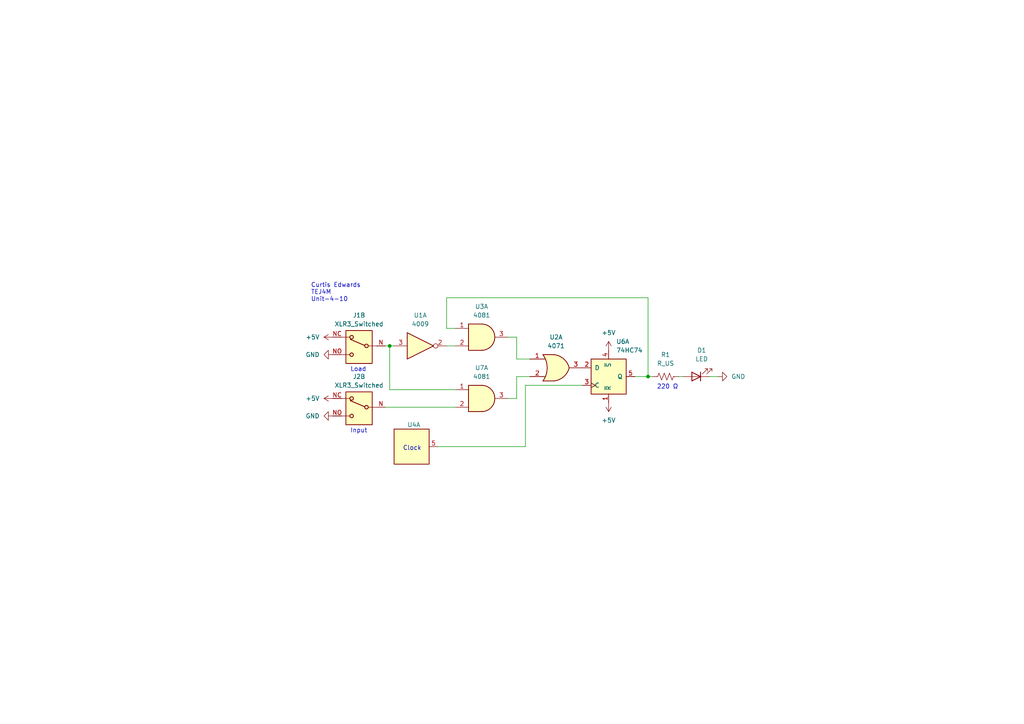
<source format=kicad_sch>
(kicad_sch (version 20230121) (generator eeschema)

  (uuid ef00eb3e-6e48-445b-8ade-f90f75bbb866)

  (paper "A4")

  (lib_symbols
    (symbol "4xxx:4009" (pin_names (offset 1.016)) (in_bom yes) (on_board yes)
      (property "Reference" "U" (at 0 1.27 0)
        (effects (font (size 1.27 1.27)))
      )
      (property "Value" "4009" (at 0 -1.27 0)
        (effects (font (size 1.27 1.27)))
      )
      (property "Footprint" "" (at 0 0 0)
        (effects (font (size 1.27 1.27)) hide)
      )
      (property "Datasheet" "http://www.sycelectronica.com.ar/semiconductores/CD4009.pdf" (at 0 0 0)
        (effects (font (size 1.27 1.27)) hide)
      )
      (property "ki_locked" "" (at 0 0 0)
        (effects (font (size 1.27 1.27)))
      )
      (property "ki_keywords" "CMOS INV BUFFER high sink, VCC and VDD sep. VDD>VI>VCC!" (at 0 0 0)
        (effects (font (size 1.27 1.27)) hide)
      )
      (property "ki_description" "Hex Buffer Inverter" (at 0 0 0)
        (effects (font (size 1.27 1.27)) hide)
      )
      (property "ki_fp_filters" "DIP?16*" (at 0 0 0)
        (effects (font (size 1.27 1.27)) hide)
      )
      (symbol "4009_1_0"
        (polyline
          (pts
            (xy -3.81 3.81)
            (xy -3.81 -3.81)
            (xy 3.81 0)
            (xy -3.81 3.81)
          )
          (stroke (width 0.254) (type default))
          (fill (type background))
        )
        (pin output inverted (at 7.62 0 180) (length 3.81)
          (name "~" (effects (font (size 1.27 1.27))))
          (number "2" (effects (font (size 1.27 1.27))))
        )
        (pin input line (at -7.62 0 0) (length 3.81)
          (name "~" (effects (font (size 1.27 1.27))))
          (number "3" (effects (font (size 1.27 1.27))))
        )
      )
      (symbol "4009_2_0"
        (polyline
          (pts
            (xy -3.81 3.81)
            (xy -3.81 -3.81)
            (xy 3.81 0)
            (xy -3.81 3.81)
          )
          (stroke (width 0.254) (type default))
          (fill (type background))
        )
        (pin output inverted (at 7.62 0 180) (length 3.81)
          (name "~" (effects (font (size 1.27 1.27))))
          (number "4" (effects (font (size 1.27 1.27))))
        )
        (pin input line (at -7.62 0 0) (length 3.81)
          (name "~" (effects (font (size 1.27 1.27))))
          (number "5" (effects (font (size 1.27 1.27))))
        )
      )
      (symbol "4009_3_0"
        (polyline
          (pts
            (xy -3.81 3.81)
            (xy -3.81 -3.81)
            (xy 3.81 0)
            (xy -3.81 3.81)
          )
          (stroke (width 0.254) (type default))
          (fill (type background))
        )
        (pin output inverted (at 7.62 0 180) (length 3.81)
          (name "~" (effects (font (size 1.27 1.27))))
          (number "6" (effects (font (size 1.27 1.27))))
        )
        (pin input line (at -7.62 0 0) (length 3.81)
          (name "~" (effects (font (size 1.27 1.27))))
          (number "7" (effects (font (size 1.27 1.27))))
        )
      )
      (symbol "4009_4_0"
        (polyline
          (pts
            (xy -3.81 3.81)
            (xy -3.81 -3.81)
            (xy 3.81 0)
            (xy -3.81 3.81)
          )
          (stroke (width 0.254) (type default))
          (fill (type background))
        )
        (pin output inverted (at 7.62 0 180) (length 3.81)
          (name "~" (effects (font (size 1.27 1.27))))
          (number "10" (effects (font (size 1.27 1.27))))
        )
        (pin input line (at -7.62 0 0) (length 3.81)
          (name "~" (effects (font (size 1.27 1.27))))
          (number "9" (effects (font (size 1.27 1.27))))
        )
      )
      (symbol "4009_5_0"
        (polyline
          (pts
            (xy -3.81 3.81)
            (xy -3.81 -3.81)
            (xy 3.81 0)
            (xy -3.81 3.81)
          )
          (stroke (width 0.254) (type default))
          (fill (type background))
        )
        (pin input line (at -7.62 0 0) (length 3.81)
          (name "~" (effects (font (size 1.27 1.27))))
          (number "11" (effects (font (size 1.27 1.27))))
        )
        (pin output inverted (at 7.62 0 180) (length 3.81)
          (name "~" (effects (font (size 1.27 1.27))))
          (number "12" (effects (font (size 1.27 1.27))))
        )
      )
      (symbol "4009_6_0"
        (polyline
          (pts
            (xy -3.81 3.81)
            (xy -3.81 -3.81)
            (xy 3.81 0)
            (xy -3.81 3.81)
          )
          (stroke (width 0.254) (type default))
          (fill (type background))
        )
        (pin input line (at -7.62 0 0) (length 3.81)
          (name "~" (effects (font (size 1.27 1.27))))
          (number "14" (effects (font (size 1.27 1.27))))
        )
        (pin output inverted (at 7.62 0 180) (length 3.81)
          (name "~" (effects (font (size 1.27 1.27))))
          (number "15" (effects (font (size 1.27 1.27))))
        )
      )
      (symbol "4009_7_0"
        (pin power_in line (at 2.54 12.7 270) (length 5.08)
          (name "VCC" (effects (font (size 1.27 1.27))))
          (number "1" (effects (font (size 1.27 1.27))))
        )
        (pin power_in line (at -2.54 12.7 270) (length 5.08)
          (name "VDD" (effects (font (size 1.27 1.27))))
          (number "16" (effects (font (size 1.27 1.27))))
        )
        (pin power_in line (at 0 -12.7 90) (length 5.08)
          (name "VSS" (effects (font (size 1.27 1.27))))
          (number "8" (effects (font (size 1.27 1.27))))
        )
      )
      (symbol "4009_7_1"
        (rectangle (start -5.08 7.62) (end 5.08 -7.62)
          (stroke (width 0.254) (type default))
          (fill (type background))
        )
      )
    )
    (symbol "4xxx:4071" (pin_names (offset 1.016)) (in_bom yes) (on_board yes)
      (property "Reference" "U" (at 0 1.27 0)
        (effects (font (size 1.27 1.27)))
      )
      (property "Value" "4071" (at 0 -1.27 0)
        (effects (font (size 1.27 1.27)))
      )
      (property "Footprint" "" (at 0 0 0)
        (effects (font (size 1.27 1.27)) hide)
      )
      (property "Datasheet" "http://www.intersil.com/content/dam/Intersil/documents/cd40/cd4071bms-72bms-75bms.pdf" (at 0 0 0)
        (effects (font (size 1.27 1.27)) hide)
      )
      (property "ki_locked" "" (at 0 0 0)
        (effects (font (size 1.27 1.27)))
      )
      (property "ki_keywords" "CMOS OR2" (at 0 0 0)
        (effects (font (size 1.27 1.27)) hide)
      )
      (property "ki_description" "Quad Or 2 inputs" (at 0 0 0)
        (effects (font (size 1.27 1.27)) hide)
      )
      (property "ki_fp_filters" "DIP?14*" (at 0 0 0)
        (effects (font (size 1.27 1.27)) hide)
      )
      (symbol "4071_1_1"
        (arc (start -3.81 -3.81) (mid -2.589 0) (end -3.81 3.81)
          (stroke (width 0.254) (type default))
          (fill (type none))
        )
        (arc (start -0.6096 -3.81) (mid 2.1842 -2.5851) (end 3.81 0)
          (stroke (width 0.254) (type default))
          (fill (type background))
        )
        (polyline
          (pts
            (xy -3.81 -3.81)
            (xy -0.635 -3.81)
          )
          (stroke (width 0.254) (type default))
          (fill (type background))
        )
        (polyline
          (pts
            (xy -3.81 3.81)
            (xy -0.635 3.81)
          )
          (stroke (width 0.254) (type default))
          (fill (type background))
        )
        (polyline
          (pts
            (xy -0.635 3.81)
            (xy -3.81 3.81)
            (xy -3.81 3.81)
            (xy -3.556 3.4036)
            (xy -3.0226 2.2606)
            (xy -2.6924 1.0414)
            (xy -2.6162 -0.254)
            (xy -2.7686 -1.4986)
            (xy -3.175 -2.7178)
            (xy -3.81 -3.81)
            (xy -3.81 -3.81)
            (xy -0.635 -3.81)
          )
          (stroke (width -25.4) (type default))
          (fill (type background))
        )
        (arc (start 3.81 0) (mid 2.1915 2.5936) (end -0.6096 3.81)
          (stroke (width 0.254) (type default))
          (fill (type background))
        )
        (pin input line (at -7.62 2.54 0) (length 4.318)
          (name "~" (effects (font (size 1.27 1.27))))
          (number "1" (effects (font (size 1.27 1.27))))
        )
        (pin input line (at -7.62 -2.54 0) (length 4.318)
          (name "~" (effects (font (size 1.27 1.27))))
          (number "2" (effects (font (size 1.27 1.27))))
        )
        (pin output line (at 7.62 0 180) (length 3.81)
          (name "~" (effects (font (size 1.27 1.27))))
          (number "3" (effects (font (size 1.27 1.27))))
        )
      )
      (symbol "4071_1_2"
        (arc (start 0 -3.81) (mid 3.7934 0) (end 0 3.81)
          (stroke (width 0.254) (type default))
          (fill (type background))
        )
        (polyline
          (pts
            (xy 0 3.81)
            (xy -3.81 3.81)
            (xy -3.81 -3.81)
            (xy 0 -3.81)
          )
          (stroke (width 0.254) (type default))
          (fill (type background))
        )
        (pin input inverted (at -7.62 2.54 0) (length 3.81)
          (name "~" (effects (font (size 1.27 1.27))))
          (number "1" (effects (font (size 1.27 1.27))))
        )
        (pin input inverted (at -7.62 -2.54 0) (length 3.81)
          (name "~" (effects (font (size 1.27 1.27))))
          (number "2" (effects (font (size 1.27 1.27))))
        )
        (pin output inverted (at 7.62 0 180) (length 3.81)
          (name "~" (effects (font (size 1.27 1.27))))
          (number "3" (effects (font (size 1.27 1.27))))
        )
      )
      (symbol "4071_2_1"
        (arc (start -3.81 -3.81) (mid -2.589 0) (end -3.81 3.81)
          (stroke (width 0.254) (type default))
          (fill (type none))
        )
        (arc (start -0.6096 -3.81) (mid 2.1842 -2.5851) (end 3.81 0)
          (stroke (width 0.254) (type default))
          (fill (type background))
        )
        (polyline
          (pts
            (xy -3.81 -3.81)
            (xy -0.635 -3.81)
          )
          (stroke (width 0.254) (type default))
          (fill (type background))
        )
        (polyline
          (pts
            (xy -3.81 3.81)
            (xy -0.635 3.81)
          )
          (stroke (width 0.254) (type default))
          (fill (type background))
        )
        (polyline
          (pts
            (xy -0.635 3.81)
            (xy -3.81 3.81)
            (xy -3.81 3.81)
            (xy -3.556 3.4036)
            (xy -3.0226 2.2606)
            (xy -2.6924 1.0414)
            (xy -2.6162 -0.254)
            (xy -2.7686 -1.4986)
            (xy -3.175 -2.7178)
            (xy -3.81 -3.81)
            (xy -3.81 -3.81)
            (xy -0.635 -3.81)
          )
          (stroke (width -25.4) (type default))
          (fill (type background))
        )
        (arc (start 3.81 0) (mid 2.1915 2.5936) (end -0.6096 3.81)
          (stroke (width 0.254) (type default))
          (fill (type background))
        )
        (pin output line (at 7.62 0 180) (length 3.81)
          (name "~" (effects (font (size 1.27 1.27))))
          (number "4" (effects (font (size 1.27 1.27))))
        )
        (pin input line (at -7.62 2.54 0) (length 4.318)
          (name "~" (effects (font (size 1.27 1.27))))
          (number "5" (effects (font (size 1.27 1.27))))
        )
        (pin input line (at -7.62 -2.54 0) (length 4.318)
          (name "~" (effects (font (size 1.27 1.27))))
          (number "6" (effects (font (size 1.27 1.27))))
        )
      )
      (symbol "4071_2_2"
        (arc (start 0 -3.81) (mid 3.7934 0) (end 0 3.81)
          (stroke (width 0.254) (type default))
          (fill (type background))
        )
        (polyline
          (pts
            (xy 0 3.81)
            (xy -3.81 3.81)
            (xy -3.81 -3.81)
            (xy 0 -3.81)
          )
          (stroke (width 0.254) (type default))
          (fill (type background))
        )
        (pin output inverted (at 7.62 0 180) (length 3.81)
          (name "~" (effects (font (size 1.27 1.27))))
          (number "4" (effects (font (size 1.27 1.27))))
        )
        (pin input inverted (at -7.62 2.54 0) (length 3.81)
          (name "~" (effects (font (size 1.27 1.27))))
          (number "5" (effects (font (size 1.27 1.27))))
        )
        (pin input inverted (at -7.62 -2.54 0) (length 3.81)
          (name "~" (effects (font (size 1.27 1.27))))
          (number "6" (effects (font (size 1.27 1.27))))
        )
      )
      (symbol "4071_3_1"
        (arc (start -3.81 -3.81) (mid -2.589 0) (end -3.81 3.81)
          (stroke (width 0.254) (type default))
          (fill (type none))
        )
        (arc (start -0.6096 -3.81) (mid 2.1842 -2.5851) (end 3.81 0)
          (stroke (width 0.254) (type default))
          (fill (type background))
        )
        (polyline
          (pts
            (xy -3.81 -3.81)
            (xy -0.635 -3.81)
          )
          (stroke (width 0.254) (type default))
          (fill (type background))
        )
        (polyline
          (pts
            (xy -3.81 3.81)
            (xy -0.635 3.81)
          )
          (stroke (width 0.254) (type default))
          (fill (type background))
        )
        (polyline
          (pts
            (xy -0.635 3.81)
            (xy -3.81 3.81)
            (xy -3.81 3.81)
            (xy -3.556 3.4036)
            (xy -3.0226 2.2606)
            (xy -2.6924 1.0414)
            (xy -2.6162 -0.254)
            (xy -2.7686 -1.4986)
            (xy -3.175 -2.7178)
            (xy -3.81 -3.81)
            (xy -3.81 -3.81)
            (xy -0.635 -3.81)
          )
          (stroke (width -25.4) (type default))
          (fill (type background))
        )
        (arc (start 3.81 0) (mid 2.1915 2.5936) (end -0.6096 3.81)
          (stroke (width 0.254) (type default))
          (fill (type background))
        )
        (pin output line (at 7.62 0 180) (length 3.81)
          (name "~" (effects (font (size 1.27 1.27))))
          (number "10" (effects (font (size 1.27 1.27))))
        )
        (pin input line (at -7.62 2.54 0) (length 4.318)
          (name "~" (effects (font (size 1.27 1.27))))
          (number "8" (effects (font (size 1.27 1.27))))
        )
        (pin input line (at -7.62 -2.54 0) (length 4.318)
          (name "~" (effects (font (size 1.27 1.27))))
          (number "9" (effects (font (size 1.27 1.27))))
        )
      )
      (symbol "4071_3_2"
        (arc (start 0 -3.81) (mid 3.7934 0) (end 0 3.81)
          (stroke (width 0.254) (type default))
          (fill (type background))
        )
        (polyline
          (pts
            (xy 0 3.81)
            (xy -3.81 3.81)
            (xy -3.81 -3.81)
            (xy 0 -3.81)
          )
          (stroke (width 0.254) (type default))
          (fill (type background))
        )
        (pin output inverted (at 7.62 0 180) (length 3.81)
          (name "~" (effects (font (size 1.27 1.27))))
          (number "10" (effects (font (size 1.27 1.27))))
        )
        (pin input inverted (at -7.62 2.54 0) (length 3.81)
          (name "~" (effects (font (size 1.27 1.27))))
          (number "8" (effects (font (size 1.27 1.27))))
        )
        (pin input inverted (at -7.62 -2.54 0) (length 3.81)
          (name "~" (effects (font (size 1.27 1.27))))
          (number "9" (effects (font (size 1.27 1.27))))
        )
      )
      (symbol "4071_4_1"
        (arc (start -3.81 -3.81) (mid -2.589 0) (end -3.81 3.81)
          (stroke (width 0.254) (type default))
          (fill (type none))
        )
        (arc (start -0.6096 -3.81) (mid 2.1842 -2.5851) (end 3.81 0)
          (stroke (width 0.254) (type default))
          (fill (type background))
        )
        (polyline
          (pts
            (xy -3.81 -3.81)
            (xy -0.635 -3.81)
          )
          (stroke (width 0.254) (type default))
          (fill (type background))
        )
        (polyline
          (pts
            (xy -3.81 3.81)
            (xy -0.635 3.81)
          )
          (stroke (width 0.254) (type default))
          (fill (type background))
        )
        (polyline
          (pts
            (xy -0.635 3.81)
            (xy -3.81 3.81)
            (xy -3.81 3.81)
            (xy -3.556 3.4036)
            (xy -3.0226 2.2606)
            (xy -2.6924 1.0414)
            (xy -2.6162 -0.254)
            (xy -2.7686 -1.4986)
            (xy -3.175 -2.7178)
            (xy -3.81 -3.81)
            (xy -3.81 -3.81)
            (xy -0.635 -3.81)
          )
          (stroke (width -25.4) (type default))
          (fill (type background))
        )
        (arc (start 3.81 0) (mid 2.1915 2.5936) (end -0.6096 3.81)
          (stroke (width 0.254) (type default))
          (fill (type background))
        )
        (pin output line (at 7.62 0 180) (length 3.81)
          (name "~" (effects (font (size 1.27 1.27))))
          (number "11" (effects (font (size 1.27 1.27))))
        )
        (pin input line (at -7.62 2.54 0) (length 4.318)
          (name "~" (effects (font (size 1.27 1.27))))
          (number "12" (effects (font (size 1.27 1.27))))
        )
        (pin input line (at -7.62 -2.54 0) (length 4.318)
          (name "~" (effects (font (size 1.27 1.27))))
          (number "13" (effects (font (size 1.27 1.27))))
        )
      )
      (symbol "4071_4_2"
        (arc (start 0 -3.81) (mid 3.7934 0) (end 0 3.81)
          (stroke (width 0.254) (type default))
          (fill (type background))
        )
        (polyline
          (pts
            (xy 0 3.81)
            (xy -3.81 3.81)
            (xy -3.81 -3.81)
            (xy 0 -3.81)
          )
          (stroke (width 0.254) (type default))
          (fill (type background))
        )
        (pin output inverted (at 7.62 0 180) (length 3.81)
          (name "~" (effects (font (size 1.27 1.27))))
          (number "11" (effects (font (size 1.27 1.27))))
        )
        (pin input inverted (at -7.62 2.54 0) (length 3.81)
          (name "~" (effects (font (size 1.27 1.27))))
          (number "12" (effects (font (size 1.27 1.27))))
        )
        (pin input inverted (at -7.62 -2.54 0) (length 3.81)
          (name "~" (effects (font (size 1.27 1.27))))
          (number "13" (effects (font (size 1.27 1.27))))
        )
      )
      (symbol "4071_5_0"
        (pin power_in line (at 0 12.7 270) (length 5.08)
          (name "VDD" (effects (font (size 1.27 1.27))))
          (number "14" (effects (font (size 1.27 1.27))))
        )
        (pin power_in line (at 0 -12.7 90) (length 5.08)
          (name "VSS" (effects (font (size 1.27 1.27))))
          (number "7" (effects (font (size 1.27 1.27))))
        )
      )
      (symbol "4071_5_1"
        (rectangle (start -5.08 7.62) (end 5.08 -7.62)
          (stroke (width 0.254) (type default))
          (fill (type background))
        )
      )
    )
    (symbol "4xxx:4081" (pin_names (offset 1.016)) (in_bom yes) (on_board yes)
      (property "Reference" "U" (at 0 1.27 0)
        (effects (font (size 1.27 1.27)))
      )
      (property "Value" "4081" (at 0 -1.27 0)
        (effects (font (size 1.27 1.27)))
      )
      (property "Footprint" "" (at 0 0 0)
        (effects (font (size 1.27 1.27)) hide)
      )
      (property "Datasheet" "http://www.intersil.com/content/dam/Intersil/documents/cd40/cd4073bms-81bms-82bms.pdf" (at 0 0 0)
        (effects (font (size 1.27 1.27)) hide)
      )
      (property "ki_locked" "" (at 0 0 0)
        (effects (font (size 1.27 1.27)))
      )
      (property "ki_keywords" "CMOS And2" (at 0 0 0)
        (effects (font (size 1.27 1.27)) hide)
      )
      (property "ki_description" "Quad And 2 inputs" (at 0 0 0)
        (effects (font (size 1.27 1.27)) hide)
      )
      (property "ki_fp_filters" "DIP?14*" (at 0 0 0)
        (effects (font (size 1.27 1.27)) hide)
      )
      (symbol "4081_1_1"
        (arc (start 0 -3.81) (mid 3.7934 0) (end 0 3.81)
          (stroke (width 0.254) (type default))
          (fill (type background))
        )
        (polyline
          (pts
            (xy 0 3.81)
            (xy -3.81 3.81)
            (xy -3.81 -3.81)
            (xy 0 -3.81)
          )
          (stroke (width 0.254) (type default))
          (fill (type background))
        )
        (pin input line (at -7.62 2.54 0) (length 3.81)
          (name "~" (effects (font (size 1.27 1.27))))
          (number "1" (effects (font (size 1.27 1.27))))
        )
        (pin input line (at -7.62 -2.54 0) (length 3.81)
          (name "~" (effects (font (size 1.27 1.27))))
          (number "2" (effects (font (size 1.27 1.27))))
        )
        (pin output line (at 7.62 0 180) (length 3.81)
          (name "~" (effects (font (size 1.27 1.27))))
          (number "3" (effects (font (size 1.27 1.27))))
        )
      )
      (symbol "4081_1_2"
        (arc (start -3.81 -3.81) (mid -2.589 0) (end -3.81 3.81)
          (stroke (width 0.254) (type default))
          (fill (type none))
        )
        (arc (start -0.6096 -3.81) (mid 2.1842 -2.5851) (end 3.81 0)
          (stroke (width 0.254) (type default))
          (fill (type background))
        )
        (polyline
          (pts
            (xy -3.81 -3.81)
            (xy -0.635 -3.81)
          )
          (stroke (width 0.254) (type default))
          (fill (type background))
        )
        (polyline
          (pts
            (xy -3.81 3.81)
            (xy -0.635 3.81)
          )
          (stroke (width 0.254) (type default))
          (fill (type background))
        )
        (polyline
          (pts
            (xy -0.635 3.81)
            (xy -3.81 3.81)
            (xy -3.81 3.81)
            (xy -3.556 3.4036)
            (xy -3.0226 2.2606)
            (xy -2.6924 1.0414)
            (xy -2.6162 -0.254)
            (xy -2.7686 -1.4986)
            (xy -3.175 -2.7178)
            (xy -3.81 -3.81)
            (xy -3.81 -3.81)
            (xy -0.635 -3.81)
          )
          (stroke (width -25.4) (type default))
          (fill (type background))
        )
        (arc (start 3.81 0) (mid 2.1915 2.5936) (end -0.6096 3.81)
          (stroke (width 0.254) (type default))
          (fill (type background))
        )
        (pin input inverted (at -7.62 2.54 0) (length 4.318)
          (name "~" (effects (font (size 1.27 1.27))))
          (number "1" (effects (font (size 1.27 1.27))))
        )
        (pin input inverted (at -7.62 -2.54 0) (length 4.318)
          (name "~" (effects (font (size 1.27 1.27))))
          (number "2" (effects (font (size 1.27 1.27))))
        )
        (pin output inverted (at 7.62 0 180) (length 3.81)
          (name "~" (effects (font (size 1.27 1.27))))
          (number "3" (effects (font (size 1.27 1.27))))
        )
      )
      (symbol "4081_2_1"
        (arc (start 0 -3.81) (mid 3.7934 0) (end 0 3.81)
          (stroke (width 0.254) (type default))
          (fill (type background))
        )
        (polyline
          (pts
            (xy 0 3.81)
            (xy -3.81 3.81)
            (xy -3.81 -3.81)
            (xy 0 -3.81)
          )
          (stroke (width 0.254) (type default))
          (fill (type background))
        )
        (pin output line (at 7.62 0 180) (length 3.81)
          (name "~" (effects (font (size 1.27 1.27))))
          (number "4" (effects (font (size 1.27 1.27))))
        )
        (pin input line (at -7.62 2.54 0) (length 3.81)
          (name "~" (effects (font (size 1.27 1.27))))
          (number "5" (effects (font (size 1.27 1.27))))
        )
        (pin input line (at -7.62 -2.54 0) (length 3.81)
          (name "~" (effects (font (size 1.27 1.27))))
          (number "6" (effects (font (size 1.27 1.27))))
        )
      )
      (symbol "4081_2_2"
        (arc (start -3.81 -3.81) (mid -2.589 0) (end -3.81 3.81)
          (stroke (width 0.254) (type default))
          (fill (type none))
        )
        (arc (start -0.6096 -3.81) (mid 2.1842 -2.5851) (end 3.81 0)
          (stroke (width 0.254) (type default))
          (fill (type background))
        )
        (polyline
          (pts
            (xy -3.81 -3.81)
            (xy -0.635 -3.81)
          )
          (stroke (width 0.254) (type default))
          (fill (type background))
        )
        (polyline
          (pts
            (xy -3.81 3.81)
            (xy -0.635 3.81)
          )
          (stroke (width 0.254) (type default))
          (fill (type background))
        )
        (polyline
          (pts
            (xy -0.635 3.81)
            (xy -3.81 3.81)
            (xy -3.81 3.81)
            (xy -3.556 3.4036)
            (xy -3.0226 2.2606)
            (xy -2.6924 1.0414)
            (xy -2.6162 -0.254)
            (xy -2.7686 -1.4986)
            (xy -3.175 -2.7178)
            (xy -3.81 -3.81)
            (xy -3.81 -3.81)
            (xy -0.635 -3.81)
          )
          (stroke (width -25.4) (type default))
          (fill (type background))
        )
        (arc (start 3.81 0) (mid 2.1915 2.5936) (end -0.6096 3.81)
          (stroke (width 0.254) (type default))
          (fill (type background))
        )
        (pin output inverted (at 7.62 0 180) (length 3.81)
          (name "~" (effects (font (size 1.27 1.27))))
          (number "4" (effects (font (size 1.27 1.27))))
        )
        (pin input inverted (at -7.62 2.54 0) (length 4.318)
          (name "~" (effects (font (size 1.27 1.27))))
          (number "5" (effects (font (size 1.27 1.27))))
        )
        (pin input inverted (at -7.62 -2.54 0) (length 4.318)
          (name "~" (effects (font (size 1.27 1.27))))
          (number "6" (effects (font (size 1.27 1.27))))
        )
      )
      (symbol "4081_3_1"
        (arc (start 0 -3.81) (mid 3.7934 0) (end 0 3.81)
          (stroke (width 0.254) (type default))
          (fill (type background))
        )
        (polyline
          (pts
            (xy 0 3.81)
            (xy -3.81 3.81)
            (xy -3.81 -3.81)
            (xy 0 -3.81)
          )
          (stroke (width 0.254) (type default))
          (fill (type background))
        )
        (pin output line (at 7.62 0 180) (length 3.81)
          (name "~" (effects (font (size 1.27 1.27))))
          (number "10" (effects (font (size 1.27 1.27))))
        )
        (pin input line (at -7.62 2.54 0) (length 3.81)
          (name "~" (effects (font (size 1.27 1.27))))
          (number "8" (effects (font (size 1.27 1.27))))
        )
        (pin input line (at -7.62 -2.54 0) (length 3.81)
          (name "~" (effects (font (size 1.27 1.27))))
          (number "9" (effects (font (size 1.27 1.27))))
        )
      )
      (symbol "4081_3_2"
        (arc (start -3.81 -3.81) (mid -2.589 0) (end -3.81 3.81)
          (stroke (width 0.254) (type default))
          (fill (type none))
        )
        (arc (start -0.6096 -3.81) (mid 2.1842 -2.5851) (end 3.81 0)
          (stroke (width 0.254) (type default))
          (fill (type background))
        )
        (polyline
          (pts
            (xy -3.81 -3.81)
            (xy -0.635 -3.81)
          )
          (stroke (width 0.254) (type default))
          (fill (type background))
        )
        (polyline
          (pts
            (xy -3.81 3.81)
            (xy -0.635 3.81)
          )
          (stroke (width 0.254) (type default))
          (fill (type background))
        )
        (polyline
          (pts
            (xy -0.635 3.81)
            (xy -3.81 3.81)
            (xy -3.81 3.81)
            (xy -3.556 3.4036)
            (xy -3.0226 2.2606)
            (xy -2.6924 1.0414)
            (xy -2.6162 -0.254)
            (xy -2.7686 -1.4986)
            (xy -3.175 -2.7178)
            (xy -3.81 -3.81)
            (xy -3.81 -3.81)
            (xy -0.635 -3.81)
          )
          (stroke (width -25.4) (type default))
          (fill (type background))
        )
        (arc (start 3.81 0) (mid 2.1915 2.5936) (end -0.6096 3.81)
          (stroke (width 0.254) (type default))
          (fill (type background))
        )
        (pin output inverted (at 7.62 0 180) (length 3.81)
          (name "~" (effects (font (size 1.27 1.27))))
          (number "10" (effects (font (size 1.27 1.27))))
        )
        (pin input inverted (at -7.62 2.54 0) (length 4.318)
          (name "~" (effects (font (size 1.27 1.27))))
          (number "8" (effects (font (size 1.27 1.27))))
        )
        (pin input inverted (at -7.62 -2.54 0) (length 4.318)
          (name "~" (effects (font (size 1.27 1.27))))
          (number "9" (effects (font (size 1.27 1.27))))
        )
      )
      (symbol "4081_4_1"
        (arc (start 0 -3.81) (mid 3.7934 0) (end 0 3.81)
          (stroke (width 0.254) (type default))
          (fill (type background))
        )
        (polyline
          (pts
            (xy 0 3.81)
            (xy -3.81 3.81)
            (xy -3.81 -3.81)
            (xy 0 -3.81)
          )
          (stroke (width 0.254) (type default))
          (fill (type background))
        )
        (pin output line (at 7.62 0 180) (length 3.81)
          (name "~" (effects (font (size 1.27 1.27))))
          (number "11" (effects (font (size 1.27 1.27))))
        )
        (pin input line (at -7.62 2.54 0) (length 3.81)
          (name "~" (effects (font (size 1.27 1.27))))
          (number "12" (effects (font (size 1.27 1.27))))
        )
        (pin input line (at -7.62 -2.54 0) (length 3.81)
          (name "~" (effects (font (size 1.27 1.27))))
          (number "13" (effects (font (size 1.27 1.27))))
        )
      )
      (symbol "4081_4_2"
        (arc (start -3.81 -3.81) (mid -2.589 0) (end -3.81 3.81)
          (stroke (width 0.254) (type default))
          (fill (type none))
        )
        (arc (start -0.6096 -3.81) (mid 2.1842 -2.5851) (end 3.81 0)
          (stroke (width 0.254) (type default))
          (fill (type background))
        )
        (polyline
          (pts
            (xy -3.81 -3.81)
            (xy -0.635 -3.81)
          )
          (stroke (width 0.254) (type default))
          (fill (type background))
        )
        (polyline
          (pts
            (xy -3.81 3.81)
            (xy -0.635 3.81)
          )
          (stroke (width 0.254) (type default))
          (fill (type background))
        )
        (polyline
          (pts
            (xy -0.635 3.81)
            (xy -3.81 3.81)
            (xy -3.81 3.81)
            (xy -3.556 3.4036)
            (xy -3.0226 2.2606)
            (xy -2.6924 1.0414)
            (xy -2.6162 -0.254)
            (xy -2.7686 -1.4986)
            (xy -3.175 -2.7178)
            (xy -3.81 -3.81)
            (xy -3.81 -3.81)
            (xy -0.635 -3.81)
          )
          (stroke (width -25.4) (type default))
          (fill (type background))
        )
        (arc (start 3.81 0) (mid 2.1915 2.5936) (end -0.6096 3.81)
          (stroke (width 0.254) (type default))
          (fill (type background))
        )
        (pin output inverted (at 7.62 0 180) (length 3.81)
          (name "~" (effects (font (size 1.27 1.27))))
          (number "11" (effects (font (size 1.27 1.27))))
        )
        (pin input inverted (at -7.62 2.54 0) (length 4.318)
          (name "~" (effects (font (size 1.27 1.27))))
          (number "12" (effects (font (size 1.27 1.27))))
        )
        (pin input inverted (at -7.62 -2.54 0) (length 4.318)
          (name "~" (effects (font (size 1.27 1.27))))
          (number "13" (effects (font (size 1.27 1.27))))
        )
      )
      (symbol "4081_5_0"
        (pin power_in line (at 0 12.7 270) (length 5.08)
          (name "VDD" (effects (font (size 1.27 1.27))))
          (number "14" (effects (font (size 1.27 1.27))))
        )
        (pin power_in line (at 0 -12.7 90) (length 5.08)
          (name "VSS" (effects (font (size 1.27 1.27))))
          (number "7" (effects (font (size 1.27 1.27))))
        )
      )
      (symbol "4081_5_1"
        (rectangle (start -5.08 7.62) (end 5.08 -7.62)
          (stroke (width 0.254) (type default))
          (fill (type background))
        )
      )
    )
    (symbol "74HC74_1" (pin_names (offset 1.016)) (in_bom yes) (on_board yes)
      (property "Reference" "U4" (at -1.27 6.35 0)
        (effects (font (size 1.27 1.27)) (justify left))
      )
      (property "Value" "" (at 2.1941 7.62 0)
        (effects (font (size 1.27 1.27)) (justify left))
      )
      (property "Footprint" "" (at 0 0 0)
        (effects (font (size 1.27 1.27)) hide)
      )
      (property "Datasheet" "74xx/74hc_hct74.pdf" (at 0 -10.16 0)
        (effects (font (size 1.27 1.27)) hide)
      )
      (property "ki_locked" "" (at 0 0 0)
        (effects (font (size 1.27 1.27)))
      )
      (property "ki_keywords" "TTL DFF" (at 0 0 0)
        (effects (font (size 1.27 1.27)) hide)
      )
      (property "ki_description" "Dual D Flip-flop, Set & Reset" (at 0 0 0)
        (effects (font (size 1.27 1.27)) hide)
      )
      (property "ki_fp_filters" "DIP*W7.62mm*" (at 0 0 0)
        (effects (font (size 1.27 1.27)) hide)
      )
      (symbol "74HC74_1_1_0"
        (pin output line (at 7.62 0 180) (length 2.54)
          (name "" (effects (font (size 1.27 1.27))))
          (number "5" (effects (font (size 1.27 1.27))))
        )
      )
      (symbol "74HC74_1_1_1"
        (rectangle (start -5.08 5.08) (end 5.08 -5.08)
          (stroke (width 0.254) (type default))
          (fill (type background))
        )
      )
      (symbol "74HC74_1_2_0"
        (pin input line (at 0 7.62 270) (length 2.54)
          (name "~{S}" (effects (font (size 1.27 1.27))))
          (number "10" (effects (font (size 1.27 1.27))))
        )
        (pin input clock (at -7.62 0 0) (length 2.54)
          (name "C" (effects (font (size 1.27 1.27))))
          (number "11" (effects (font (size 1.27 1.27))))
        )
        (pin input line (at -7.62 2.54 0) (length 2.54)
          (name "D" (effects (font (size 1.27 1.27))))
          (number "12" (effects (font (size 1.27 1.27))))
        )
        (pin input line (at 0 -7.62 90) (length 2.54)
          (name "~{R}" (effects (font (size 1.27 1.27))))
          (number "13" (effects (font (size 1.27 1.27))))
        )
        (pin output line (at 7.62 -2.54 180) (length 2.54)
          (name "~{Q}" (effects (font (size 1.27 1.27))))
          (number "8" (effects (font (size 1.27 1.27))))
        )
        (pin output line (at 7.62 2.54 180) (length 2.54)
          (name "Q" (effects (font (size 1.27 1.27))))
          (number "9" (effects (font (size 1.27 1.27))))
        )
      )
      (symbol "74HC74_1_2_1"
        (rectangle (start -5.08 5.08) (end 5.08 -5.08)
          (stroke (width 0.254) (type default))
          (fill (type background))
        )
      )
      (symbol "74HC74_1_3_0"
        (pin power_in line (at 0 10.16 270) (length 2.54)
          (name "VCC" (effects (font (size 1.27 1.27))))
          (number "14" (effects (font (size 1.27 1.27))))
        )
        (pin power_in line (at 0 -10.16 90) (length 2.54)
          (name "GND" (effects (font (size 1.27 1.27))))
          (number "7" (effects (font (size 1.27 1.27))))
        )
      )
      (symbol "74HC74_1_3_1"
        (rectangle (start -5.08 7.62) (end 5.08 -7.62)
          (stroke (width 0.254) (type default))
          (fill (type background))
        )
      )
    )
    (symbol "74xx:74HC74" (pin_names (offset 1.016)) (in_bom yes) (on_board yes)
      (property "Reference" "U6" (at 2.1941 10.16 0)
        (effects (font (size 1.27 1.27)) (justify left))
      )
      (property "Value" "74HC74" (at 2.1941 7.62 0)
        (effects (font (size 1.27 1.27)) (justify left))
      )
      (property "Footprint" "" (at 0 0 0)
        (effects (font (size 1.27 1.27)) hide)
      )
      (property "Datasheet" "74xx/74hc_hct74.pdf" (at 0 -10.16 0)
        (effects (font (size 1.27 1.27)) hide)
      )
      (property "ki_locked" "" (at 0 0 0)
        (effects (font (size 1.27 1.27)))
      )
      (property "ki_keywords" "TTL DFF" (at 0 0 0)
        (effects (font (size 1.27 1.27)) hide)
      )
      (property "ki_description" "Dual D Flip-flop, Set & Reset" (at 0 0 0)
        (effects (font (size 1.27 1.27)) hide)
      )
      (property "ki_fp_filters" "DIP*W7.62mm*" (at 0 0 0)
        (effects (font (size 1.27 1.27)) hide)
      )
      (symbol "74HC74_1_0"
        (pin input line (at 0 -7.62 90) (length 2.54)
          (name "~{R}" (effects (font (size 1.27 1.27))))
          (number "1" (effects (font (size 1.27 1.27))))
        )
        (pin input line (at -7.62 2.54 0) (length 2.54)
          (name "D" (effects (font (size 1.27 1.27))))
          (number "2" (effects (font (size 1.27 1.27))))
        )
        (pin input clock (at -7.62 -2.54 0) (length 2.54)
          (name "C" (effects (font (size 1.27 1.27))))
          (number "3" (effects (font (size 1.27 1.27))))
        )
        (pin input line (at 0 7.62 270) (length 2.54)
          (name "~{S}" (effects (font (size 1.27 1.27))))
          (number "4" (effects (font (size 1.27 1.27))))
        )
        (pin output line (at 7.62 0 180) (length 2.54)
          (name "Q" (effects (font (size 1.27 1.27))))
          (number "5" (effects (font (size 1.27 1.27))))
        )
      )
      (symbol "74HC74_1_1"
        (rectangle (start -5.08 5.08) (end 5.08 -5.08)
          (stroke (width 0.254) (type default))
          (fill (type background))
        )
      )
      (symbol "74HC74_2_0"
        (pin input line (at 0 7.62 270) (length 2.54)
          (name "~{S}" (effects (font (size 1.27 1.27))))
          (number "10" (effects (font (size 1.27 1.27))))
        )
        (pin input clock (at -7.62 0 0) (length 2.54)
          (name "C" (effects (font (size 1.27 1.27))))
          (number "11" (effects (font (size 1.27 1.27))))
        )
        (pin input line (at -7.62 2.54 0) (length 2.54)
          (name "D" (effects (font (size 1.27 1.27))))
          (number "12" (effects (font (size 1.27 1.27))))
        )
        (pin input line (at 0 -7.62 90) (length 2.54)
          (name "~{R}" (effects (font (size 1.27 1.27))))
          (number "13" (effects (font (size 1.27 1.27))))
        )
        (pin output line (at 7.62 -2.54 180) (length 2.54)
          (name "~{Q}" (effects (font (size 1.27 1.27))))
          (number "8" (effects (font (size 1.27 1.27))))
        )
        (pin output line (at 7.62 2.54 180) (length 2.54)
          (name "Q" (effects (font (size 1.27 1.27))))
          (number "9" (effects (font (size 1.27 1.27))))
        )
      )
      (symbol "74HC74_2_1"
        (rectangle (start -5.08 5.08) (end 5.08 -5.08)
          (stroke (width 0.254) (type default))
          (fill (type background))
        )
      )
      (symbol "74HC74_3_0"
        (pin power_in line (at 0 10.16 270) (length 2.54)
          (name "VCC" (effects (font (size 1.27 1.27))))
          (number "14" (effects (font (size 1.27 1.27))))
        )
        (pin power_in line (at 0 -10.16 90) (length 2.54)
          (name "GND" (effects (font (size 1.27 1.27))))
          (number "7" (effects (font (size 1.27 1.27))))
        )
      )
      (symbol "74HC74_3_1"
        (rectangle (start -5.08 7.62) (end 5.08 -7.62)
          (stroke (width 0.254) (type default))
          (fill (type background))
        )
      )
    )
    (symbol "Connector_Audio:XLR3_Switched" (pin_names hide) (in_bom yes) (on_board yes)
      (property "Reference" "J" (at 0 8.89 0)
        (effects (font (size 1.27 1.27)))
      )
      (property "Value" "XLR3_Switched" (at 0 6.35 0)
        (effects (font (size 1.27 1.27)))
      )
      (property "Footprint" "" (at 0 2.54 0)
        (effects (font (size 1.27 1.27)) hide)
      )
      (property "Datasheet" " ~" (at 0 2.54 0)
        (effects (font (size 1.27 1.27)) hide)
      )
      (property "ki_keywords" "xlr connector" (at 0 0 0)
        (effects (font (size 1.27 1.27)) hide)
      )
      (property "ki_description" "XLR Connector, Male or Female, 3 Pins, SPDT Switch" (at 0 0 0)
        (effects (font (size 1.27 1.27)) hide)
      )
      (property "ki_fp_filters" "Jack*XLR*" (at 0 0 0)
        (effects (font (size 1.27 1.27)) hide)
      )
      (symbol "XLR3_Switched_1_1"
        (circle (center -3.556 0) (radius 1.016)
          (stroke (width 0) (type default))
          (fill (type none))
        )
        (circle (center 0 -3.556) (radius 1.016)
          (stroke (width 0) (type default))
          (fill (type none))
        )
        (polyline
          (pts
            (xy -5.08 0)
            (xy -4.572 0)
          )
          (stroke (width 0) (type default))
          (fill (type none))
        )
        (polyline
          (pts
            (xy 0 -5.08)
            (xy 0 -4.572)
          )
          (stroke (width 0) (type default))
          (fill (type none))
        )
        (polyline
          (pts
            (xy 5.08 0)
            (xy 4.572 0)
          )
          (stroke (width 0) (type default))
          (fill (type none))
        )
        (circle (center 0 0) (radius 5.08)
          (stroke (width 0) (type default))
          (fill (type background))
        )
        (circle (center 3.556 0) (radius 1.016)
          (stroke (width 0) (type default))
          (fill (type none))
        )
        (text "1" (at -3.556 1.778 0)
          (effects (font (size 1.016 1.016) bold))
        )
        (text "2" (at 3.556 1.778 0)
          (effects (font (size 1.016 1.016) bold))
        )
        (text "3" (at 0 -1.778 0)
          (effects (font (size 1.016 1.016) bold))
        )
        (pin passive line (at -7.62 0 0) (length 2.54)
          (name "~" (effects (font (size 1.27 1.27))))
          (number "1" (effects (font (size 1.27 1.27))))
        )
        (pin passive line (at 7.62 0 180) (length 2.54)
          (name "~" (effects (font (size 1.27 1.27))))
          (number "2" (effects (font (size 1.27 1.27))))
        )
        (pin passive line (at 0 -7.62 90) (length 2.54)
          (name "~" (effects (font (size 1.27 1.27))))
          (number "3" (effects (font (size 1.27 1.27))))
        )
      )
      (symbol "XLR3_Switched_2_1"
        (rectangle (start -3.81 4.445) (end 3.81 -5.08)
          (stroke (width 0.254) (type default))
          (fill (type background))
        )
        (circle (center -2.159 0) (radius 0.508)
          (stroke (width 0.254) (type default))
          (fill (type none))
        )
        (polyline
          (pts
            (xy -5.08 0)
            (xy -2.794 0)
          )
          (stroke (width 0) (type default))
          (fill (type none))
        )
        (polyline
          (pts
            (xy -1.651 0.127)
            (xy 2.54 1.905)
          )
          (stroke (width 0.254) (type default))
          (fill (type none))
        )
        (polyline
          (pts
            (xy 5.08 -2.54)
            (xy 2.794 -2.54)
          )
          (stroke (width 0) (type default))
          (fill (type none))
        )
        (polyline
          (pts
            (xy 5.08 2.54)
            (xy 2.794 2.54)
          )
          (stroke (width 0) (type default))
          (fill (type none))
        )
        (circle (center 2.159 -2.54) (radius 0.508)
          (stroke (width 0.254) (type default))
          (fill (type none))
        )
        (circle (center 2.159 2.54) (radius 0.508)
          (stroke (width 0.254) (type default))
          (fill (type none))
        )
        (pin passive line (at -7.62 0 0) (length 2.54)
          (name "~" (effects (font (size 1.27 1.27))))
          (number "N" (effects (font (size 1.27 1.27))))
        )
        (pin passive line (at 7.62 2.54 180) (length 2.54)
          (name "~" (effects (font (size 1.27 1.27))))
          (number "NC" (effects (font (size 1.27 1.27))))
        )
        (pin passive line (at 7.62 -2.54 180) (length 2.54)
          (name "~" (effects (font (size 1.27 1.27))))
          (number "NO" (effects (font (size 1.27 1.27))))
        )
      )
    )
    (symbol "Device:LED" (pin_numbers hide) (pin_names (offset 1.016) hide) (in_bom yes) (on_board yes)
      (property "Reference" "D" (at 0 2.54 0)
        (effects (font (size 1.27 1.27)))
      )
      (property "Value" "LED" (at 0 -2.54 0)
        (effects (font (size 1.27 1.27)))
      )
      (property "Footprint" "" (at 0 0 0)
        (effects (font (size 1.27 1.27)) hide)
      )
      (property "Datasheet" "~" (at 0 0 0)
        (effects (font (size 1.27 1.27)) hide)
      )
      (property "ki_keywords" "LED diode" (at 0 0 0)
        (effects (font (size 1.27 1.27)) hide)
      )
      (property "ki_description" "Light emitting diode" (at 0 0 0)
        (effects (font (size 1.27 1.27)) hide)
      )
      (property "ki_fp_filters" "LED* LED_SMD:* LED_THT:*" (at 0 0 0)
        (effects (font (size 1.27 1.27)) hide)
      )
      (symbol "LED_0_1"
        (polyline
          (pts
            (xy -1.27 -1.27)
            (xy -1.27 1.27)
          )
          (stroke (width 0.254) (type default))
          (fill (type none))
        )
        (polyline
          (pts
            (xy -1.27 0)
            (xy 1.27 0)
          )
          (stroke (width 0) (type default))
          (fill (type none))
        )
        (polyline
          (pts
            (xy 1.27 -1.27)
            (xy 1.27 1.27)
            (xy -1.27 0)
            (xy 1.27 -1.27)
          )
          (stroke (width 0.254) (type default))
          (fill (type none))
        )
        (polyline
          (pts
            (xy -3.048 -0.762)
            (xy -4.572 -2.286)
            (xy -3.81 -2.286)
            (xy -4.572 -2.286)
            (xy -4.572 -1.524)
          )
          (stroke (width 0) (type default))
          (fill (type none))
        )
        (polyline
          (pts
            (xy -1.778 -0.762)
            (xy -3.302 -2.286)
            (xy -2.54 -2.286)
            (xy -3.302 -2.286)
            (xy -3.302 -1.524)
          )
          (stroke (width 0) (type default))
          (fill (type none))
        )
      )
      (symbol "LED_1_1"
        (pin passive line (at -3.81 0 0) (length 2.54)
          (name "K" (effects (font (size 1.27 1.27))))
          (number "1" (effects (font (size 1.27 1.27))))
        )
        (pin passive line (at 3.81 0 180) (length 2.54)
          (name "A" (effects (font (size 1.27 1.27))))
          (number "2" (effects (font (size 1.27 1.27))))
        )
      )
    )
    (symbol "Device:R_US" (pin_numbers hide) (pin_names (offset 0)) (in_bom yes) (on_board yes)
      (property "Reference" "R" (at 2.54 0 90)
        (effects (font (size 1.27 1.27)))
      )
      (property "Value" "R_US" (at -2.54 0 90)
        (effects (font (size 1.27 1.27)))
      )
      (property "Footprint" "" (at 1.016 -0.254 90)
        (effects (font (size 1.27 1.27)) hide)
      )
      (property "Datasheet" "~" (at 0 0 0)
        (effects (font (size 1.27 1.27)) hide)
      )
      (property "ki_keywords" "R res resistor" (at 0 0 0)
        (effects (font (size 1.27 1.27)) hide)
      )
      (property "ki_description" "Resistor, US symbol" (at 0 0 0)
        (effects (font (size 1.27 1.27)) hide)
      )
      (property "ki_fp_filters" "R_*" (at 0 0 0)
        (effects (font (size 1.27 1.27)) hide)
      )
      (symbol "R_US_0_1"
        (polyline
          (pts
            (xy 0 -2.286)
            (xy 0 -2.54)
          )
          (stroke (width 0) (type default))
          (fill (type none))
        )
        (polyline
          (pts
            (xy 0 2.286)
            (xy 0 2.54)
          )
          (stroke (width 0) (type default))
          (fill (type none))
        )
        (polyline
          (pts
            (xy 0 -0.762)
            (xy 1.016 -1.143)
            (xy 0 -1.524)
            (xy -1.016 -1.905)
            (xy 0 -2.286)
          )
          (stroke (width 0) (type default))
          (fill (type none))
        )
        (polyline
          (pts
            (xy 0 0.762)
            (xy 1.016 0.381)
            (xy 0 0)
            (xy -1.016 -0.381)
            (xy 0 -0.762)
          )
          (stroke (width 0) (type default))
          (fill (type none))
        )
        (polyline
          (pts
            (xy 0 2.286)
            (xy 1.016 1.905)
            (xy 0 1.524)
            (xy -1.016 1.143)
            (xy 0 0.762)
          )
          (stroke (width 0) (type default))
          (fill (type none))
        )
      )
      (symbol "R_US_1_1"
        (pin passive line (at 0 3.81 270) (length 1.27)
          (name "~" (effects (font (size 1.27 1.27))))
          (number "1" (effects (font (size 1.27 1.27))))
        )
        (pin passive line (at 0 -3.81 90) (length 1.27)
          (name "~" (effects (font (size 1.27 1.27))))
          (number "2" (effects (font (size 1.27 1.27))))
        )
      )
    )
    (symbol "power:+5V" (power) (pin_names (offset 0)) (in_bom yes) (on_board yes)
      (property "Reference" "#PWR" (at 0 -3.81 0)
        (effects (font (size 1.27 1.27)) hide)
      )
      (property "Value" "+5V" (at 0 3.556 0)
        (effects (font (size 1.27 1.27)))
      )
      (property "Footprint" "" (at 0 0 0)
        (effects (font (size 1.27 1.27)) hide)
      )
      (property "Datasheet" "" (at 0 0 0)
        (effects (font (size 1.27 1.27)) hide)
      )
      (property "ki_keywords" "global power" (at 0 0 0)
        (effects (font (size 1.27 1.27)) hide)
      )
      (property "ki_description" "Power symbol creates a global label with name \"+5V\"" (at 0 0 0)
        (effects (font (size 1.27 1.27)) hide)
      )
      (symbol "+5V_0_1"
        (polyline
          (pts
            (xy -0.762 1.27)
            (xy 0 2.54)
          )
          (stroke (width 0) (type default))
          (fill (type none))
        )
        (polyline
          (pts
            (xy 0 0)
            (xy 0 2.54)
          )
          (stroke (width 0) (type default))
          (fill (type none))
        )
        (polyline
          (pts
            (xy 0 2.54)
            (xy 0.762 1.27)
          )
          (stroke (width 0) (type default))
          (fill (type none))
        )
      )
      (symbol "+5V_1_1"
        (pin power_in line (at 0 0 90) (length 0) hide
          (name "+5V" (effects (font (size 1.27 1.27))))
          (number "1" (effects (font (size 1.27 1.27))))
        )
      )
    )
    (symbol "power:GND" (power) (pin_names (offset 0)) (in_bom yes) (on_board yes)
      (property "Reference" "#PWR" (at 0 -6.35 0)
        (effects (font (size 1.27 1.27)) hide)
      )
      (property "Value" "GND" (at 0 -3.81 0)
        (effects (font (size 1.27 1.27)))
      )
      (property "Footprint" "" (at 0 0 0)
        (effects (font (size 1.27 1.27)) hide)
      )
      (property "Datasheet" "" (at 0 0 0)
        (effects (font (size 1.27 1.27)) hide)
      )
      (property "ki_keywords" "global power" (at 0 0 0)
        (effects (font (size 1.27 1.27)) hide)
      )
      (property "ki_description" "Power symbol creates a global label with name \"GND\" , ground" (at 0 0 0)
        (effects (font (size 1.27 1.27)) hide)
      )
      (symbol "GND_0_1"
        (polyline
          (pts
            (xy 0 0)
            (xy 0 -1.27)
            (xy 1.27 -1.27)
            (xy 0 -2.54)
            (xy -1.27 -1.27)
            (xy 0 -1.27)
          )
          (stroke (width 0) (type default))
          (fill (type none))
        )
      )
      (symbol "GND_1_1"
        (pin power_in line (at 0 0 270) (length 0) hide
          (name "GND" (effects (font (size 1.27 1.27))))
          (number "1" (effects (font (size 1.27 1.27))))
        )
      )
    )
  )

  (junction (at 113.03 100.33) (diameter 0) (color 0 0 0 0)
    (uuid 3e57ab6a-d76b-4daf-a1e9-2c59504f4ed0)
  )
  (junction (at 187.96 109.22) (diameter 0) (color 0 0 0 0)
    (uuid 967fe063-7f35-41c7-a6bb-1e39f0bfdc43)
  )

  (wire (pts (xy 168.91 111.76) (xy 152.4 111.76))
    (stroke (width 0) (type default))
    (uuid 018f8211-f026-4c66-8e6a-eebf31ee4549)
  )
  (wire (pts (xy 113.03 100.33) (xy 111.76 100.33))
    (stroke (width 0) (type default))
    (uuid 06b55464-47ad-422b-bb98-6060f68522d6)
  )
  (wire (pts (xy 149.86 97.79) (xy 147.32 97.79))
    (stroke (width 0) (type default))
    (uuid 2611fe96-8d45-43a5-916c-27505b4109fc)
  )
  (wire (pts (xy 153.67 104.14) (xy 149.86 104.14))
    (stroke (width 0) (type default))
    (uuid 261a62cb-48ba-41d4-abed-6df132935ffe)
  )
  (wire (pts (xy 127 129.54) (xy 152.4 129.54))
    (stroke (width 0) (type default))
    (uuid 26d1bf23-fbdf-45b9-84e3-bf7059c792d1)
  )
  (wire (pts (xy 129.54 95.25) (xy 132.08 95.25))
    (stroke (width 0) (type default))
    (uuid 2789849a-e4d1-432b-919c-47cee6a3a798)
  )
  (wire (pts (xy 111.76 118.11) (xy 132.08 118.11))
    (stroke (width 0) (type default))
    (uuid 3c399d8b-5287-45c0-be49-74f7a932a52f)
  )
  (wire (pts (xy 187.96 109.22) (xy 187.96 86.36))
    (stroke (width 0) (type default))
    (uuid 3d260609-cfec-4964-84ee-7424625683f7)
  )
  (wire (pts (xy 132.08 113.03) (xy 113.03 113.03))
    (stroke (width 0) (type default))
    (uuid 43d67305-127d-489f-aaec-bbce248113fa)
  )
  (wire (pts (xy 208.28 109.22) (xy 205.74 109.22))
    (stroke (width 0) (type default))
    (uuid 4a581861-fe0a-4120-9297-b940b44bb0ba)
  )
  (wire (pts (xy 152.4 111.76) (xy 152.4 129.54))
    (stroke (width 0) (type default))
    (uuid 5bf1f269-ecc9-44a5-8abf-4635d52ce607)
  )
  (wire (pts (xy 196.85 109.22) (xy 198.12 109.22))
    (stroke (width 0) (type default))
    (uuid 5dc1b661-7840-4d8e-80dc-fdb03b7aa485)
  )
  (wire (pts (xy 129.54 86.36) (xy 129.54 95.25))
    (stroke (width 0) (type default))
    (uuid 63394178-91fb-4ff7-8fc5-3110361771eb)
  )
  (wire (pts (xy 149.86 109.22) (xy 149.86 115.57))
    (stroke (width 0) (type default))
    (uuid 63fa768d-04ec-4f70-be4b-d2fddba06be4)
  )
  (wire (pts (xy 113.03 100.33) (xy 114.3 100.33))
    (stroke (width 0) (type default))
    (uuid 765138d5-7dc1-4505-932d-3fe2a90d2989)
  )
  (wire (pts (xy 187.96 109.22) (xy 189.23 109.22))
    (stroke (width 0) (type default))
    (uuid a296b42c-d031-4555-9bae-ae22b215f381)
  )
  (wire (pts (xy 129.54 100.33) (xy 132.08 100.33))
    (stroke (width 0) (type default))
    (uuid a4d1e503-9f09-4af0-accb-d56c5c1d0a11)
  )
  (wire (pts (xy 149.86 115.57) (xy 147.32 115.57))
    (stroke (width 0) (type default))
    (uuid a5818aae-29b7-42fb-91ec-c1a870e8703d)
  )
  (wire (pts (xy 187.96 86.36) (xy 129.54 86.36))
    (stroke (width 0) (type default))
    (uuid a6e8c67d-03fa-47ce-9072-75b9f238e8ce)
  )
  (wire (pts (xy 153.67 109.22) (xy 149.86 109.22))
    (stroke (width 0) (type default))
    (uuid b837f028-f677-4080-9275-f2e4812dfb68)
  )
  (wire (pts (xy 149.86 104.14) (xy 149.86 97.79))
    (stroke (width 0) (type default))
    (uuid bcb516a7-4b53-45e1-abcb-91edb20fe93b)
  )
  (wire (pts (xy 184.15 109.22) (xy 187.96 109.22))
    (stroke (width 0) (type default))
    (uuid c32d92cd-36ea-4366-91d8-49982c644f19)
  )
  (wire (pts (xy 113.03 113.03) (xy 113.03 100.33))
    (stroke (width 0) (type default))
    (uuid d0925ab9-4f9d-4d93-8d17-39cee9be9db5)
  )

  (text "Curtis Edwards\nTEJ4M\nUnit-4-10" (at 90.17 87.63 0)
    (effects (font (size 1.27 1.27)) (justify left bottom))
    (uuid 168d61a7-62ef-4b1a-aa16-3ea155472c16)
  )
  (text "Input" (at 101.6 125.73 0)
    (effects (font (size 1.27 1.27)) (justify left bottom))
    (uuid 28e3d68b-752d-4cd5-8cef-1d7526d2804d)
  )
  (text "Load" (at 101.6 107.95 0)
    (effects (font (size 1.27 1.27)) (justify left bottom))
    (uuid 50b22079-2bfb-496c-b88b-10802de2cc8f)
  )
  (text "220 Ω" (at 190.5 113.03 0)
    (effects (font (size 1.27 1.27)) (justify left bottom))
    (uuid 5ed944bb-e2a6-4842-b27f-945474055e05)
  )
  (text "Clock" (at 116.84 130.81 0)
    (effects (font (size 1.27 1.27)) (justify left bottom))
    (uuid aa00fdde-0e89-4dde-a0f0-00c44769213c)
  )

  (symbol (lib_id "power:GND") (at 208.28 109.22 90) (unit 1)
    (in_bom yes) (on_board yes) (dnp no) (fields_autoplaced)
    (uuid 1d4b1d6c-e2cf-4709-9f25-d2e9a10c7140)
    (property "Reference" "#PWR01" (at 214.63 109.22 0)
      (effects (font (size 1.27 1.27)) hide)
    )
    (property "Value" "GND" (at 212.09 109.22 90)
      (effects (font (size 1.27 1.27)) (justify right))
    )
    (property "Footprint" "" (at 208.28 109.22 0)
      (effects (font (size 1.27 1.27)) hide)
    )
    (property "Datasheet" "" (at 208.28 109.22 0)
      (effects (font (size 1.27 1.27)) hide)
    )
    (pin "1" (uuid df47f0ad-30cd-4b37-88eb-cc0bf6b25413))
    (instances
      (project "TEJ4M-Unit-4-10"
        (path "/ef00eb3e-6e48-445b-8ade-f90f75bbb866"
          (reference "#PWR01") (unit 1)
        )
      )
    )
  )

  (symbol (lib_id "74xx:74HC74") (at 176.53 109.22 0) (unit 1)
    (in_bom yes) (on_board yes) (dnp no) (fields_autoplaced)
    (uuid 65d7c297-5452-45e7-9b4c-f71a1350ecbe)
    (property "Reference" "U6" (at 178.7241 99.06 0)
      (effects (font (size 1.27 1.27)) (justify left))
    )
    (property "Value" "74HC74" (at 178.7241 101.6 0)
      (effects (font (size 1.27 1.27)) (justify left))
    )
    (property "Footprint" "" (at 176.53 109.22 0)
      (effects (font (size 1.27 1.27)) hide)
    )
    (property "Datasheet" "74xx/74hc_hct74.pdf" (at 176.53 119.38 0)
      (effects (font (size 1.27 1.27)) hide)
    )
    (pin "1" (uuid f738f10f-8397-4c06-93c7-764c160cd55f))
    (pin "2" (uuid 4faf8402-4e40-4fa7-bbf9-b18f64b0e6ba))
    (pin "3" (uuid 889565fa-4627-41bb-b771-061812102da6))
    (pin "4" (uuid 99d71e32-9202-44d9-a23d-9bc097e6845e))
    (pin "5" (uuid fcf34927-81a4-472a-bdae-332e318738b9))
    (pin "10" (uuid e0b27731-af8b-485b-b0bb-b02b544d554d))
    (pin "11" (uuid 068a97ec-2aa0-47e3-96f6-7be00313d3c9))
    (pin "12" (uuid c7b48444-e784-4f7b-9b1d-9d75f222079b))
    (pin "13" (uuid 9f3b5da4-2551-4c42-a5ba-90eee0d9f619))
    (pin "8" (uuid 1eaaef73-9e30-4afa-8d1f-a921ec722813))
    (pin "9" (uuid d2c2eda1-1fc5-48e9-a5a1-f96574a94e16))
    (pin "14" (uuid 019fd6c0-6b01-483b-8105-59cd8de8fd7b))
    (pin "7" (uuid 274d8f82-5a64-4efb-8d07-3a5133297ed4))
    (instances
      (project "TEJ4M-Unit-4-10"
        (path "/ef00eb3e-6e48-445b-8ade-f90f75bbb866"
          (reference "U6") (unit 1)
        )
      )
    )
  )

  (symbol (lib_id "power:GND") (at 96.52 120.65 270) (unit 1)
    (in_bom yes) (on_board yes) (dnp no) (fields_autoplaced)
    (uuid 723e4612-0f0b-4899-adfd-ab224cda3943)
    (property "Reference" "#PWR03" (at 90.17 120.65 0)
      (effects (font (size 1.27 1.27)) hide)
    )
    (property "Value" "GND" (at 92.71 120.65 90)
      (effects (font (size 1.27 1.27)) (justify right))
    )
    (property "Footprint" "" (at 96.52 120.65 0)
      (effects (font (size 1.27 1.27)) hide)
    )
    (property "Datasheet" "" (at 96.52 120.65 0)
      (effects (font (size 1.27 1.27)) hide)
    )
    (pin "1" (uuid 98545a48-0b34-4f9c-95cf-13e3af268618))
    (instances
      (project "TEJ4M-Unit-4-10"
        (path "/ef00eb3e-6e48-445b-8ade-f90f75bbb866"
          (reference "#PWR03") (unit 1)
        )
      )
    )
  )

  (symbol (lib_id "Connector_Audio:XLR3_Switched") (at 104.14 118.11 0) (mirror y) (unit 2)
    (in_bom yes) (on_board yes) (dnp no)
    (uuid 7d6dd6e5-3494-4e3f-bc80-4f3784d79979)
    (property "Reference" "J2" (at 104.14 109.22 0)
      (effects (font (size 1.27 1.27)))
    )
    (property "Value" "XLR3_Switched" (at 104.14 111.76 0)
      (effects (font (size 1.27 1.27)))
    )
    (property "Footprint" "" (at 104.14 115.57 0)
      (effects (font (size 1.27 1.27)) hide)
    )
    (property "Datasheet" " ~" (at 104.14 115.57 0)
      (effects (font (size 1.27 1.27)) hide)
    )
    (pin "1" (uuid 2b3235a6-cceb-4afa-938f-3caeb6388c18))
    (pin "2" (uuid a4cb324c-d0d9-4b0b-84c3-1a8fc8e5bca1))
    (pin "3" (uuid 8dea5ba9-d9d1-4607-9c4e-16c877e0d563))
    (pin "N" (uuid feeb837a-0a57-4abd-bdbd-88b4b6fba0df))
    (pin "NC" (uuid d97f8e98-65ef-4327-899a-2856b3315bae))
    (pin "NO" (uuid 0a988522-a9c7-4d75-b23e-71f79c4bc2aa))
    (instances
      (project "TEJ4M-Unit-4-10"
        (path "/ef00eb3e-6e48-445b-8ade-f90f75bbb866"
          (reference "J2") (unit 2)
        )
      )
    )
  )

  (symbol (lib_id "power:+5V") (at 176.53 116.84 180) (unit 1)
    (in_bom yes) (on_board yes) (dnp no) (fields_autoplaced)
    (uuid 7feb6a39-2628-4d40-af07-08d0e3cf5249)
    (property "Reference" "#PWR07" (at 176.53 113.03 0)
      (effects (font (size 1.27 1.27)) hide)
    )
    (property "Value" "+5V" (at 176.53 121.92 0)
      (effects (font (size 1.27 1.27)))
    )
    (property "Footprint" "" (at 176.53 116.84 0)
      (effects (font (size 1.27 1.27)) hide)
    )
    (property "Datasheet" "" (at 176.53 116.84 0)
      (effects (font (size 1.27 1.27)) hide)
    )
    (pin "1" (uuid 68356ca4-65b1-435c-bf37-0d1a52f88df8))
    (instances
      (project "TEJ4M-Unit-4-10"
        (path "/ef00eb3e-6e48-445b-8ade-f90f75bbb866"
          (reference "#PWR07") (unit 1)
        )
      )
    )
  )

  (symbol (lib_id "power:GND") (at 96.52 102.87 270) (unit 1)
    (in_bom yes) (on_board yes) (dnp no) (fields_autoplaced)
    (uuid 8131462d-9a0f-4581-a1e9-b10be628a0de)
    (property "Reference" "#PWR02" (at 90.17 102.87 0)
      (effects (font (size 1.27 1.27)) hide)
    )
    (property "Value" "GND" (at 92.71 102.87 90)
      (effects (font (size 1.27 1.27)) (justify right))
    )
    (property "Footprint" "" (at 96.52 102.87 0)
      (effects (font (size 1.27 1.27)) hide)
    )
    (property "Datasheet" "" (at 96.52 102.87 0)
      (effects (font (size 1.27 1.27)) hide)
    )
    (pin "1" (uuid 320f94eb-13b7-4b5b-b065-cb6b1a3422bd))
    (instances
      (project "TEJ4M-Unit-4-10"
        (path "/ef00eb3e-6e48-445b-8ade-f90f75bbb866"
          (reference "#PWR02") (unit 1)
        )
      )
    )
  )

  (symbol (lib_id "4xxx:4009") (at 121.92 100.33 0) (unit 1)
    (in_bom yes) (on_board yes) (dnp no) (fields_autoplaced)
    (uuid 81e8c24a-f567-4c76-ace6-f08c49e86c15)
    (property "Reference" "U1" (at 121.92 91.44 0)
      (effects (font (size 1.27 1.27)))
    )
    (property "Value" "4009" (at 121.92 93.98 0)
      (effects (font (size 1.27 1.27)))
    )
    (property "Footprint" "" (at 121.92 100.33 0)
      (effects (font (size 1.27 1.27)) hide)
    )
    (property "Datasheet" "http://www.sycelectronica.com.ar/semiconductores/CD4009.pdf" (at 121.92 100.33 0)
      (effects (font (size 1.27 1.27)) hide)
    )
    (pin "2" (uuid 6e5f4712-603d-44e5-ba4b-afd8da2c629c))
    (pin "3" (uuid a5bbb45c-ed8c-409c-b48d-5633e14dac2a))
    (pin "4" (uuid 2bcf07fe-3052-4130-a406-ff70bafd49bb))
    (pin "5" (uuid 4b3d4ddb-f6fa-4d52-b19b-1e814b9a2ca2))
    (pin "6" (uuid e060dad5-29d2-4b5a-89ce-0cc48fec1d15))
    (pin "7" (uuid b831b08d-1303-46dc-9850-f4ff1180557a))
    (pin "10" (uuid 5b5d8168-2e48-455b-af30-ac44052b794e))
    (pin "9" (uuid 2206cc94-937d-436f-a9a5-83cbd5224fb5))
    (pin "11" (uuid bc4fc4cf-3451-403f-a63f-9ca7118c5aef))
    (pin "12" (uuid 49bea8ac-a81e-488b-a4cc-7fc7a7f4a9a4))
    (pin "14" (uuid 9b963e13-3565-4f6b-8ef9-a7749a4511b7))
    (pin "15" (uuid e72d65f0-fc40-4588-ad68-6367e74852f3))
    (pin "1" (uuid a39d09bb-9302-47c6-bf11-47e6299d0419))
    (pin "16" (uuid 80260745-6ad5-4283-9b84-12a7d73aad27))
    (pin "8" (uuid a51cfc53-8236-4678-ada4-3eb6c99cf0c4))
    (instances
      (project "TEJ4M-Unit-4-10"
        (path "/ef00eb3e-6e48-445b-8ade-f90f75bbb866"
          (reference "U1") (unit 1)
        )
      )
    )
  )

  (symbol (lib_id "Device:R_US") (at 193.04 109.22 90) (unit 1)
    (in_bom yes) (on_board yes) (dnp no) (fields_autoplaced)
    (uuid 85239ca4-d3a4-422d-a736-7d8ec8781a19)
    (property "Reference" "R1" (at 193.04 102.87 90)
      (effects (font (size 1.27 1.27)))
    )
    (property "Value" "R_US" (at 193.04 105.41 90)
      (effects (font (size 1.27 1.27)))
    )
    (property "Footprint" "" (at 193.294 108.204 90)
      (effects (font (size 1.27 1.27)) hide)
    )
    (property "Datasheet" "~" (at 193.04 109.22 0)
      (effects (font (size 1.27 1.27)) hide)
    )
    (pin "1" (uuid 84d32ab2-22fb-4d04-b90e-ec0b933d1171))
    (pin "2" (uuid dcdd23b8-ef95-45f2-9a67-ea82e14c56fc))
    (instances
      (project "TEJ4M-Unit-4-10"
        (path "/ef00eb3e-6e48-445b-8ade-f90f75bbb866"
          (reference "R1") (unit 1)
        )
      )
    )
  )

  (symbol (lib_id "Connector_Audio:XLR3_Switched") (at 104.14 100.33 0) (mirror y) (unit 2)
    (in_bom yes) (on_board yes) (dnp no)
    (uuid 87a3746f-ea1f-430a-8696-0b9bb9bc10f2)
    (property "Reference" "J1" (at 104.14 91.44 0)
      (effects (font (size 1.27 1.27)))
    )
    (property "Value" "XLR3_Switched" (at 104.14 93.98 0)
      (effects (font (size 1.27 1.27)))
    )
    (property "Footprint" "" (at 104.14 97.79 0)
      (effects (font (size 1.27 1.27)) hide)
    )
    (property "Datasheet" " ~" (at 104.14 97.79 0)
      (effects (font (size 1.27 1.27)) hide)
    )
    (pin "1" (uuid 2b3235a6-cceb-4afa-938f-3caeb6388c18))
    (pin "2" (uuid a4cb324c-d0d9-4b0b-84c3-1a8fc8e5bca1))
    (pin "3" (uuid 8dea5ba9-d9d1-4607-9c4e-16c877e0d563))
    (pin "N" (uuid 5858c2ed-c7ca-4a2a-85cb-82ccb20d9521))
    (pin "NC" (uuid 18a5adfc-6d87-45b6-9540-0c32230dcb17))
    (pin "NO" (uuid 4ad6903a-4d94-4c29-9b0c-bc60fca7252c))
    (instances
      (project "TEJ4M-Unit-4-10"
        (path "/ef00eb3e-6e48-445b-8ade-f90f75bbb866"
          (reference "J1") (unit 2)
        )
      )
    )
  )

  (symbol (lib_id "Device:LED") (at 201.93 109.22 180) (unit 1)
    (in_bom yes) (on_board yes) (dnp no) (fields_autoplaced)
    (uuid 993f4a1b-50ea-4cba-b876-7131b6fb9930)
    (property "Reference" "D1" (at 203.5175 101.6 0)
      (effects (font (size 1.27 1.27)))
    )
    (property "Value" "LED" (at 203.5175 104.14 0)
      (effects (font (size 1.27 1.27)))
    )
    (property "Footprint" "" (at 201.93 109.22 0)
      (effects (font (size 1.27 1.27)) hide)
    )
    (property "Datasheet" "~" (at 201.93 109.22 0)
      (effects (font (size 1.27 1.27)) hide)
    )
    (pin "1" (uuid a328ce98-355d-48a9-9153-da5e5e158e8f))
    (pin "2" (uuid 57a6338c-bcdf-4e98-a37d-001ff2bc1174))
    (instances
      (project "TEJ4M-Unit-4-10"
        (path "/ef00eb3e-6e48-445b-8ade-f90f75bbb866"
          (reference "D1") (unit 1)
        )
      )
    )
  )

  (symbol (lib_id "4xxx:4081") (at 139.7 115.57 0) (unit 1)
    (in_bom yes) (on_board yes) (dnp no) (fields_autoplaced)
    (uuid a5e6d42b-452d-43b2-b2fe-06c053476891)
    (property "Reference" "U7" (at 139.6917 106.68 0)
      (effects (font (size 1.27 1.27)))
    )
    (property "Value" "4081" (at 139.6917 109.22 0)
      (effects (font (size 1.27 1.27)))
    )
    (property "Footprint" "" (at 139.7 115.57 0)
      (effects (font (size 1.27 1.27)) hide)
    )
    (property "Datasheet" "http://www.intersil.com/content/dam/Intersil/documents/cd40/cd4073bms-81bms-82bms.pdf" (at 139.7 115.57 0)
      (effects (font (size 1.27 1.27)) hide)
    )
    (pin "1" (uuid e74de27e-35fc-44ef-825e-510246f91dec))
    (pin "2" (uuid e0c28b28-d059-4cda-8dbb-eb77fc8729e8))
    (pin "3" (uuid 7050ec7e-2cb7-465d-bbf0-6becf71e15fd))
    (pin "4" (uuid d4756b31-e42c-4beb-9c3b-df234462d70b))
    (pin "5" (uuid e1f61791-e969-4ec9-b4d4-8b1ac7f723c7))
    (pin "6" (uuid 9bc816df-6acf-4ab1-94f1-545f16b006d3))
    (pin "10" (uuid 4430d154-be5d-4a68-a9bd-d0f9ced590c9))
    (pin "8" (uuid 0817b94b-ab53-4a5f-a08f-ff1df040c411))
    (pin "9" (uuid e465192b-a5e0-4a7f-b217-112ff25e9b83))
    (pin "11" (uuid cd5a4069-a647-41b3-803a-9d0e1dbb910d))
    (pin "12" (uuid f1f74f72-7824-49f5-8f19-0f544d331c69))
    (pin "13" (uuid a868557b-4b12-428b-9c70-7f2f82763cb5))
    (pin "14" (uuid 3d13d762-d1aa-4ff9-a636-7d8389adfd45))
    (pin "7" (uuid 0c2b35df-ada4-4ed5-8d48-0ec27f91f0e7))
    (instances
      (project "TEJ4M-Unit-4-10"
        (path "/ef00eb3e-6e48-445b-8ade-f90f75bbb866"
          (reference "U7") (unit 1)
        )
      )
    )
  )

  (symbol (lib_id "power:+5V") (at 96.52 115.57 90) (unit 1)
    (in_bom yes) (on_board yes) (dnp no) (fields_autoplaced)
    (uuid a8900f89-2dca-4b1f-b1b7-0a54c26c4948)
    (property "Reference" "#PWR05" (at 100.33 115.57 0)
      (effects (font (size 1.27 1.27)) hide)
    )
    (property "Value" "+5V" (at 92.71 115.57 90)
      (effects (font (size 1.27 1.27)) (justify left))
    )
    (property "Footprint" "" (at 96.52 115.57 0)
      (effects (font (size 1.27 1.27)) hide)
    )
    (property "Datasheet" "" (at 96.52 115.57 0)
      (effects (font (size 1.27 1.27)) hide)
    )
    (pin "1" (uuid 203fc3b1-4fb9-4942-b9c7-c0c32973e0ae))
    (instances
      (project "TEJ4M-Unit-4-10"
        (path "/ef00eb3e-6e48-445b-8ade-f90f75bbb866"
          (reference "#PWR05") (unit 1)
        )
      )
    )
  )

  (symbol (lib_id "4xxx:4081") (at 139.7 97.79 0) (unit 1)
    (in_bom yes) (on_board yes) (dnp no) (fields_autoplaced)
    (uuid b9286af9-83bf-4351-aeed-e405af12fe4b)
    (property "Reference" "U3" (at 139.6917 88.9 0)
      (effects (font (size 1.27 1.27)))
    )
    (property "Value" "4081" (at 139.6917 91.44 0)
      (effects (font (size 1.27 1.27)))
    )
    (property "Footprint" "" (at 139.7 97.79 0)
      (effects (font (size 1.27 1.27)) hide)
    )
    (property "Datasheet" "http://www.intersil.com/content/dam/Intersil/documents/cd40/cd4073bms-81bms-82bms.pdf" (at 139.7 97.79 0)
      (effects (font (size 1.27 1.27)) hide)
    )
    (pin "1" (uuid 007bb5f8-60c7-4945-83df-3766e6d54bee))
    (pin "2" (uuid 738a8752-5cb8-4f94-b7a2-4385601b09de))
    (pin "3" (uuid 818abb40-fb49-41da-badb-327de9c430a4))
    (pin "4" (uuid d4756b31-e42c-4beb-9c3b-df234462d70b))
    (pin "5" (uuid e1f61791-e969-4ec9-b4d4-8b1ac7f723c7))
    (pin "6" (uuid 9bc816df-6acf-4ab1-94f1-545f16b006d3))
    (pin "10" (uuid 4430d154-be5d-4a68-a9bd-d0f9ced590c9))
    (pin "8" (uuid 0817b94b-ab53-4a5f-a08f-ff1df040c411))
    (pin "9" (uuid e465192b-a5e0-4a7f-b217-112ff25e9b83))
    (pin "11" (uuid cd5a4069-a647-41b3-803a-9d0e1dbb910d))
    (pin "12" (uuid f1f74f72-7824-49f5-8f19-0f544d331c69))
    (pin "13" (uuid a868557b-4b12-428b-9c70-7f2f82763cb5))
    (pin "14" (uuid 3d13d762-d1aa-4ff9-a636-7d8389adfd45))
    (pin "7" (uuid 0c2b35df-ada4-4ed5-8d48-0ec27f91f0e7))
    (instances
      (project "TEJ4M-Unit-4-10"
        (path "/ef00eb3e-6e48-445b-8ade-f90f75bbb866"
          (reference "U3") (unit 1)
        )
      )
    )
  )

  (symbol (lib_name "74HC74_1") (lib_id "74xx:74HC74") (at 119.38 129.54 0) (unit 1)
    (in_bom yes) (on_board yes) (dnp no) (fields_autoplaced)
    (uuid d7ec9116-b696-4ffa-9717-bb0f353bd9d0)
    (property "Reference" "U4" (at 118.11 123.19 0)
      (effects (font (size 1.27 1.27)) (justify left))
    )
    (property "Value" "" (at 121.5741 121.92 0)
      (effects (font (size 1.27 1.27)) (justify left))
    )
    (property "Footprint" "" (at 119.38 129.54 0)
      (effects (font (size 1.27 1.27)) hide)
    )
    (property "Datasheet" "74xx/74hc_hct74.pdf" (at 119.38 139.7 0)
      (effects (font (size 1.27 1.27)) hide)
    )
    (pin "5" (uuid 5e1d8eef-0120-47e7-896e-3c400ac03761))
    (pin "10" (uuid 05307d15-ca78-4efb-bbce-d72fca8f5903))
    (pin "11" (uuid 42f49334-ea9d-4026-b31a-40cc3454411f))
    (pin "12" (uuid f2994964-88ff-43d6-b2eb-e9550e00bc10))
    (pin "13" (uuid ef2e85aa-7af0-44c9-a77f-46e2013b6628))
    (pin "8" (uuid 93e576b4-9ab9-480c-b28b-8e09d633f967))
    (pin "9" (uuid 26ec142c-f2c1-4e07-9b5b-4a9b92826770))
    (pin "14" (uuid 37b124d0-def3-4d8b-8aa9-2e94dfefeb8e))
    (pin "7" (uuid 6e90e156-1a63-42fd-8f23-2f2d88ec56ca))
    (instances
      (project "TEJ4M-Unit-4-10"
        (path "/ef00eb3e-6e48-445b-8ade-f90f75bbb866"
          (reference "U4") (unit 1)
        )
      )
    )
  )

  (symbol (lib_id "power:+5V") (at 96.52 97.79 90) (unit 1)
    (in_bom yes) (on_board yes) (dnp no) (fields_autoplaced)
    (uuid e4490362-788b-4add-9ac9-3e9ad116a57a)
    (property "Reference" "#PWR04" (at 100.33 97.79 0)
      (effects (font (size 1.27 1.27)) hide)
    )
    (property "Value" "+5V" (at 92.71 97.79 90)
      (effects (font (size 1.27 1.27)) (justify left))
    )
    (property "Footprint" "" (at 96.52 97.79 0)
      (effects (font (size 1.27 1.27)) hide)
    )
    (property "Datasheet" "" (at 96.52 97.79 0)
      (effects (font (size 1.27 1.27)) hide)
    )
    (pin "1" (uuid 5bfa4cae-1185-4f60-a293-8f4c6e660b7d))
    (instances
      (project "TEJ4M-Unit-4-10"
        (path "/ef00eb3e-6e48-445b-8ade-f90f75bbb866"
          (reference "#PWR04") (unit 1)
        )
      )
    )
  )

  (symbol (lib_id "power:+5V") (at 176.53 101.6 0) (unit 1)
    (in_bom yes) (on_board yes) (dnp no) (fields_autoplaced)
    (uuid f70c90f1-14ae-4e70-b750-d5b41fdf2944)
    (property "Reference" "#PWR06" (at 176.53 105.41 0)
      (effects (font (size 1.27 1.27)) hide)
    )
    (property "Value" "+5V" (at 176.53 96.52 0)
      (effects (font (size 1.27 1.27)))
    )
    (property "Footprint" "" (at 176.53 101.6 0)
      (effects (font (size 1.27 1.27)) hide)
    )
    (property "Datasheet" "" (at 176.53 101.6 0)
      (effects (font (size 1.27 1.27)) hide)
    )
    (pin "1" (uuid 255447f4-ad72-48ec-90f6-4cb73482960a))
    (instances
      (project "TEJ4M-Unit-4-10"
        (path "/ef00eb3e-6e48-445b-8ade-f90f75bbb866"
          (reference "#PWR06") (unit 1)
        )
      )
    )
  )

  (symbol (lib_id "4xxx:4071") (at 161.29 106.68 0) (unit 1)
    (in_bom yes) (on_board yes) (dnp no) (fields_autoplaced)
    (uuid ff433ecc-584d-4fae-a688-750c5238e548)
    (property "Reference" "U2" (at 161.29 97.79 0)
      (effects (font (size 1.27 1.27)))
    )
    (property "Value" "4071" (at 161.29 100.33 0)
      (effects (font (size 1.27 1.27)))
    )
    (property "Footprint" "" (at 161.29 106.68 0)
      (effects (font (size 1.27 1.27)) hide)
    )
    (property "Datasheet" "http://www.intersil.com/content/dam/Intersil/documents/cd40/cd4071bms-72bms-75bms.pdf" (at 161.29 106.68 0)
      (effects (font (size 1.27 1.27)) hide)
    )
    (pin "1" (uuid f002401c-fa5b-4889-8309-6685c74f3c08))
    (pin "2" (uuid 919aa15f-826d-4cd9-9473-eeb386adf182))
    (pin "3" (uuid d0133f3f-216c-49c8-966c-b043bc343c50))
    (pin "4" (uuid fc3cb3df-235f-49c2-a9ff-16ce8218cf54))
    (pin "5" (uuid 7cf6f72c-ab04-442d-826b-5b98d32c3b6d))
    (pin "6" (uuid 907e88e7-140a-481e-a97b-fe0f5de153a8))
    (pin "10" (uuid c6dd442d-4f35-48ac-a64a-0224686e6446))
    (pin "8" (uuid 0ce1c2fd-1a3d-475e-911a-5f9aaf424e67))
    (pin "9" (uuid e486df78-3d0a-4199-b242-d44b6f0e2eee))
    (pin "11" (uuid f5b41077-c20c-4c7c-95c8-1d93d32075fe))
    (pin "12" (uuid 8e785f8b-a92e-4515-8645-f195284a9ad5))
    (pin "13" (uuid dc6cae93-fa6f-4139-a6c1-3726103ba9cf))
    (pin "14" (uuid 97687814-5e44-47f3-97f0-4b10f3183df9))
    (pin "7" (uuid 4b121fa5-4faf-42a3-8a92-ed5f5d7d6645))
    (instances
      (project "TEJ4M-Unit-4-10"
        (path "/ef00eb3e-6e48-445b-8ade-f90f75bbb866"
          (reference "U2") (unit 1)
        )
      )
    )
  )

  (sheet_instances
    (path "/" (page "1"))
  )
)

</source>
